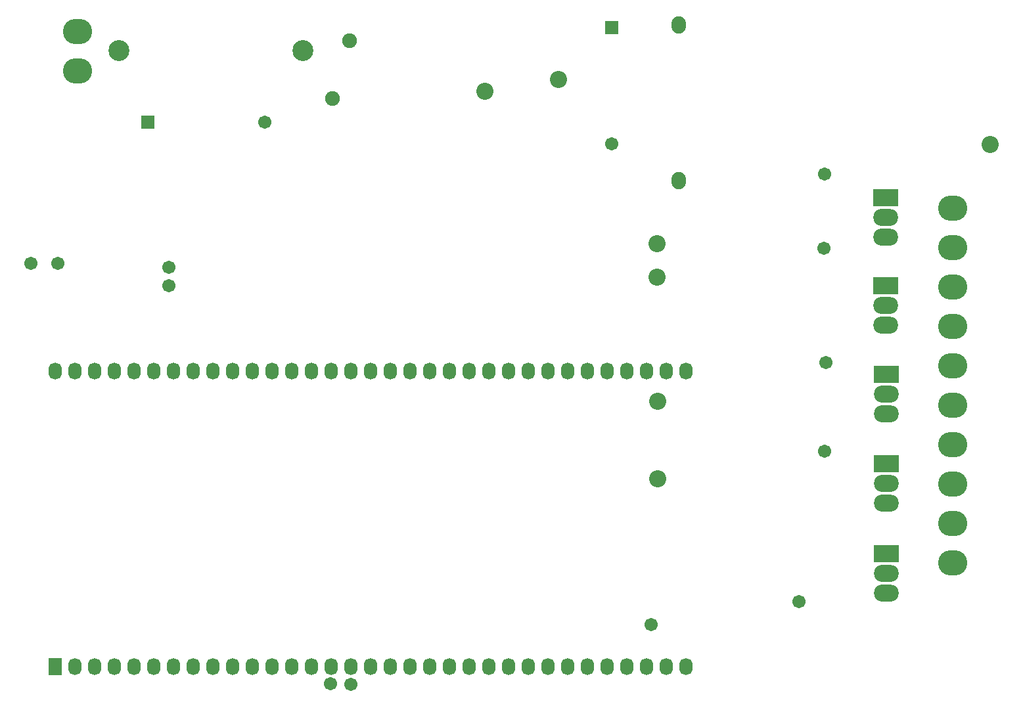
<source format=gbs>
G04 Layer_Color=16711935*
%FSLAX44Y44*%
%MOMM*%
G71*
G01*
G75*
%ADD81C,1.7032*%
%ADD82C,2.2032*%
%ADD83R,1.7032X2.2032*%
%ADD84O,1.7032X2.2032*%
%ADD85C,1.9032*%
%ADD86C,2.7032*%
%ADD87O,3.7592X3.2512*%
%ADD88O,1.8542X2.2352*%
%ADD89O,3.2032X2.2032*%
%ADD90R,3.2032X2.2032*%
%ADD91R,1.7032X1.7032*%
%ADD92C,1.7032*%
%ADD93R,1.7032X1.7032*%
D81*
X-175000Y88000D02*
D03*
X-939000Y554000D02*
D03*
X-974000D02*
D03*
X-796000Y525000D02*
D03*
Y549000D02*
D03*
X-562000Y11000D02*
D03*
X-588000Y12000D02*
D03*
X16000Y118000D02*
D03*
X49000Y312000D02*
D03*
X50000Y426000D02*
D03*
X48000Y573000D02*
D03*
X49000Y669000D02*
D03*
D82*
X-166000Y276000D02*
D03*
Y376000D02*
D03*
X-167000Y536000D02*
D03*
Y579000D02*
D03*
X-389000Y776000D02*
D03*
X-294000Y791000D02*
D03*
X262000Y707000D02*
D03*
D83*
X-943000Y34000D02*
D03*
D84*
X-917600D02*
D03*
X-892200D02*
D03*
X-866800D02*
D03*
X-841400D02*
D03*
X-816000D02*
D03*
X-790600D02*
D03*
X-765200D02*
D03*
X-739800D02*
D03*
X-714400D02*
D03*
X-689000D02*
D03*
X-663600D02*
D03*
X-638200D02*
D03*
X-612800D02*
D03*
X-587400D02*
D03*
X-562000D02*
D03*
X-536600D02*
D03*
X-511200D02*
D03*
X-485800D02*
D03*
X-460400D02*
D03*
X-435000D02*
D03*
X-409600D02*
D03*
X-384200D02*
D03*
X-358800D02*
D03*
X-333400D02*
D03*
X-308000D02*
D03*
X-282600D02*
D03*
X-257200D02*
D03*
X-231800D02*
D03*
X-206400D02*
D03*
X-181000D02*
D03*
X-155600D02*
D03*
X-130200D02*
D03*
Y415000D02*
D03*
X-155600D02*
D03*
X-181000D02*
D03*
X-206400D02*
D03*
X-231800D02*
D03*
X-257200D02*
D03*
X-282600D02*
D03*
X-308000D02*
D03*
X-333400D02*
D03*
X-358800D02*
D03*
X-384200D02*
D03*
X-409600D02*
D03*
X-435000D02*
D03*
X-460400D02*
D03*
X-485800D02*
D03*
X-511200D02*
D03*
X-536600D02*
D03*
X-562000D02*
D03*
X-587400D02*
D03*
X-612800D02*
D03*
X-638200D02*
D03*
X-663600D02*
D03*
X-689000D02*
D03*
X-714400D02*
D03*
X-739800D02*
D03*
X-765200D02*
D03*
X-790600D02*
D03*
X-816000D02*
D03*
X-841400D02*
D03*
X-866800D02*
D03*
X-892200D02*
D03*
X-917600D02*
D03*
X-943000D02*
D03*
D85*
X-563840Y841100D02*
D03*
X-585840Y766100D02*
D03*
D86*
X-860750Y828000D02*
D03*
X-623250D02*
D03*
D87*
X-914000Y852400D02*
D03*
Y801600D02*
D03*
X214000Y422200D02*
D03*
Y371400D02*
D03*
Y168200D02*
D03*
Y320600D02*
D03*
Y269800D02*
D03*
Y219000D02*
D03*
Y473000D02*
D03*
Y625400D02*
D03*
Y574600D02*
D03*
Y523800D02*
D03*
D88*
X-139000Y661000D02*
D03*
Y861000D02*
D03*
D89*
X127000Y588000D02*
D03*
Y613400D02*
D03*
X128000Y360000D02*
D03*
Y385400D02*
D03*
X128000Y128600D02*
D03*
Y154000D02*
D03*
X127000Y474000D02*
D03*
Y499400D02*
D03*
X128000Y245200D02*
D03*
Y270600D02*
D03*
D90*
X127000Y638800D02*
D03*
X128000Y410800D02*
D03*
X128000Y179400D02*
D03*
X127000Y524800D02*
D03*
X128000Y296000D02*
D03*
D91*
X-823000Y736000D02*
D03*
D92*
X-673000D02*
D03*
X-226000Y708000D02*
D03*
D93*
Y858000D02*
D03*
M02*

</source>
